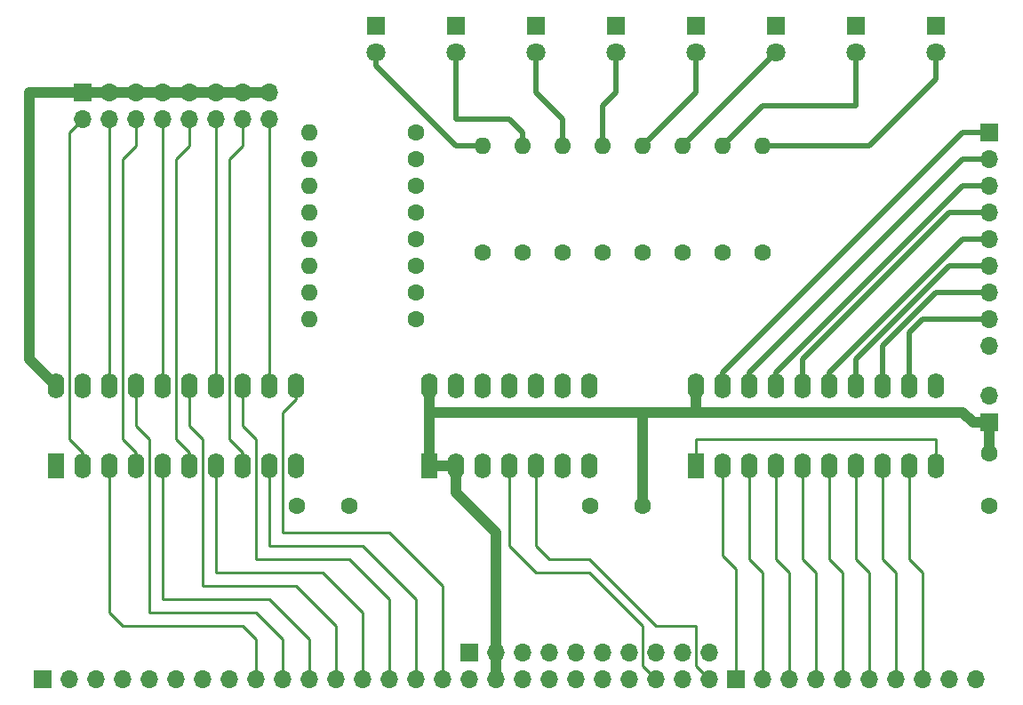
<source format=gbr>
%TF.GenerationSoftware,KiCad,Pcbnew,6.0.11+dfsg-1*%
%TF.CreationDate,2025-09-19T17:12:34+02:00*%
%TF.ProjectId,out,6f75742e-6b69-4636-9164-5f7063625858,rev?*%
%TF.SameCoordinates,Original*%
%TF.FileFunction,Copper,L2,Bot*%
%TF.FilePolarity,Positive*%
%FSLAX46Y46*%
G04 Gerber Fmt 4.6, Leading zero omitted, Abs format (unit mm)*
G04 Created by KiCad (PCBNEW 6.0.11+dfsg-1) date 2025-09-19 17:12:34*
%MOMM*%
%LPD*%
G01*
G04 APERTURE LIST*
%TA.AperFunction,ComponentPad*%
%ADD10R,1.700000X1.700000*%
%TD*%
%TA.AperFunction,ComponentPad*%
%ADD11O,1.700000X1.700000*%
%TD*%
%TA.AperFunction,ComponentPad*%
%ADD12C,1.600000*%
%TD*%
%TA.AperFunction,ComponentPad*%
%ADD13O,1.600000X1.600000*%
%TD*%
%TA.AperFunction,ComponentPad*%
%ADD14R,1.600000X2.400000*%
%TD*%
%TA.AperFunction,ComponentPad*%
%ADD15O,1.600000X2.400000*%
%TD*%
%TA.AperFunction,ComponentPad*%
%ADD16R,1.800000X1.800000*%
%TD*%
%TA.AperFunction,ComponentPad*%
%ADD17C,1.800000*%
%TD*%
%TA.AperFunction,Conductor*%
%ADD18C,0.500000*%
%TD*%
%TA.AperFunction,Conductor*%
%ADD19C,1.000000*%
%TD*%
%TA.AperFunction,Conductor*%
%ADD20C,0.250000*%
%TD*%
G04 APERTURE END LIST*
D10*
%TO.P,REF\u002A\u002A,1*%
%TO.N,N/C*%
X168910000Y-130810000D03*
D11*
%TO.P,REF\u002A\u002A,2*%
X171450000Y-130810000D03*
%TO.P,REF\u002A\u002A,3*%
X173990000Y-130810000D03*
%TO.P,REF\u002A\u002A,4*%
X176530000Y-130810000D03*
%TO.P,REF\u002A\u002A,5*%
X179070000Y-130810000D03*
%TO.P,REF\u002A\u002A,6*%
X181610000Y-130810000D03*
%TO.P,REF\u002A\u002A,7*%
X184150000Y-130810000D03*
%TO.P,REF\u002A\u002A,8*%
X186690000Y-130810000D03*
%TO.P,REF\u002A\u002A,9*%
X189230000Y-130810000D03*
%TO.P,REF\u002A\u002A,10*%
X191770000Y-130810000D03*
%TD*%
D10*
%TO.P,REF\u002A\u002A,1*%
%TO.N,N/C*%
X143510000Y-128270000D03*
D11*
%TO.P,REF\u002A\u002A,2*%
X143510000Y-130810000D03*
%TO.P,REF\u002A\u002A,3*%
X146050000Y-128270000D03*
%TO.P,REF\u002A\u002A,4*%
X146050000Y-130810000D03*
%TO.P,REF\u002A\u002A,5*%
X148590000Y-128270000D03*
%TO.P,REF\u002A\u002A,6*%
X148590000Y-130810000D03*
%TO.P,REF\u002A\u002A,7*%
X151130000Y-128270000D03*
%TO.P,REF\u002A\u002A,8*%
X151130000Y-130810000D03*
%TO.P,REF\u002A\u002A,9*%
X153670000Y-128270000D03*
%TO.P,REF\u002A\u002A,10*%
X153670000Y-130810000D03*
%TO.P,REF\u002A\u002A,11*%
X156210000Y-128270000D03*
%TO.P,REF\u002A\u002A,12*%
X156210000Y-130810000D03*
%TO.P,REF\u002A\u002A,13*%
X158750000Y-128270000D03*
%TO.P,REF\u002A\u002A,14*%
X158750000Y-130810000D03*
%TO.P,REF\u002A\u002A,15*%
X161290000Y-128270000D03*
%TO.P,REF\u002A\u002A,16*%
X161290000Y-130810000D03*
%TO.P,REF\u002A\u002A,17*%
X163830000Y-128270000D03*
%TO.P,REF\u002A\u002A,18*%
X163830000Y-130810000D03*
%TO.P,REF\u002A\u002A,19*%
X166370000Y-128270000D03*
%TO.P,REF\u002A\u002A,20*%
X166370000Y-130810000D03*
%TD*%
D12*
%TO.P,1k,1*%
%TO.N,N/C*%
X144780000Y-90170000D03*
D13*
%TO.P,1k,2*%
X144780000Y-80010000D03*
%TD*%
D12*
%TO.P,1k,1*%
%TO.N,N/C*%
X148590000Y-90170000D03*
D13*
%TO.P,1k,2*%
X148590000Y-80010000D03*
%TD*%
D14*
%TO.P,74hc32,1*%
%TO.N,N/C*%
X139700000Y-110490000D03*
D15*
%TO.P,74hc32,2*%
X142240000Y-110490000D03*
%TO.P,74hc32,3*%
X144780000Y-110490000D03*
%TO.P,74hc32,4*%
X147320000Y-110490000D03*
%TO.P,74hc32,5*%
X149860000Y-110490000D03*
%TO.P,74hc32,6*%
X152400000Y-110490000D03*
%TO.P,74hc32,7*%
X154940000Y-110490000D03*
%TO.P,74hc32,8*%
X154940000Y-102870000D03*
%TO.P,74hc32,9*%
X152400000Y-102870000D03*
%TO.P,74hc32,10*%
X149860000Y-102870000D03*
%TO.P,74hc32,11*%
X147320000Y-102870000D03*
%TO.P,74hc32,12*%
X144780000Y-102870000D03*
%TO.P,74hc32,13*%
X142240000Y-102870000D03*
%TO.P,74hc32,14*%
X139700000Y-102870000D03*
%TD*%
D16*
%TO.P,REF\u002A\u002A,1*%
%TO.N,N/C*%
X180340000Y-68580000D03*
D17*
%TO.P,REF\u002A\u002A,2*%
X180340000Y-71120000D03*
%TD*%
D10*
%TO.P,REF\u002A\u002A,1*%
%TO.N,N/C*%
X192990000Y-106362500D03*
D11*
%TO.P,REF\u002A\u002A,2*%
X192990000Y-103822500D03*
%TD*%
D16*
%TO.P,REF\u002A\u002A,1*%
%TO.N,N/C*%
X142240000Y-68580000D03*
D17*
%TO.P,REF\u002A\u002A,2*%
X142240000Y-71120000D03*
%TD*%
D10*
%TO.P,REF\u002A\u002A,1*%
%TO.N,N/C*%
X106680000Y-74930000D03*
D11*
%TO.P,REF\u002A\u002A,2*%
X106680000Y-77470000D03*
%TO.P,REF\u002A\u002A,3*%
X109220000Y-74930000D03*
%TO.P,REF\u002A\u002A,4*%
X109220000Y-77470000D03*
%TO.P,REF\u002A\u002A,5*%
X111760000Y-74930000D03*
%TO.P,REF\u002A\u002A,6*%
X111760000Y-77470000D03*
%TO.P,REF\u002A\u002A,7*%
X114300000Y-74930000D03*
%TO.P,REF\u002A\u002A,8*%
X114300000Y-77470000D03*
%TO.P,REF\u002A\u002A,9*%
X116840000Y-74930000D03*
%TO.P,REF\u002A\u002A,10*%
X116840000Y-77470000D03*
%TO.P,REF\u002A\u002A,11*%
X119380000Y-74930000D03*
%TO.P,REF\u002A\u002A,12*%
X119380000Y-77470000D03*
%TO.P,REF\u002A\u002A,13*%
X121920000Y-74930000D03*
%TO.P,REF\u002A\u002A,14*%
X121920000Y-77470000D03*
%TO.P,REF\u002A\u002A,15*%
X124460000Y-74930000D03*
%TO.P,REF\u002A\u002A,16*%
X124460000Y-77470000D03*
%TD*%
D12*
%TO.P,1k,1*%
%TO.N,N/C*%
X167640000Y-90170000D03*
D13*
%TO.P,1k,2*%
X167640000Y-80010000D03*
%TD*%
D12*
%TO.P,100nF,1*%
%TO.N,N/C*%
X132040000Y-114300000D03*
%TO.P,100nF,2*%
X127040000Y-114300000D03*
%TD*%
%TO.P,1k,1*%
%TO.N,N/C*%
X156210000Y-90170000D03*
D13*
%TO.P,1k,2*%
X156210000Y-80010000D03*
%TD*%
D12*
%TO.P,10k,1*%
%TO.N,N/C*%
X138430000Y-93980000D03*
D13*
%TO.P,10k,2*%
X128270000Y-93980000D03*
%TD*%
D12*
%TO.P,10k,1*%
%TO.N,N/C*%
X138430000Y-78740000D03*
D13*
%TO.P,10k,2*%
X128270000Y-78740000D03*
%TD*%
D12*
%TO.P,10k,1*%
%TO.N,N/C*%
X138430000Y-86360000D03*
D13*
%TO.P,10k,2*%
X128270000Y-86360000D03*
%TD*%
D16*
%TO.P,REF\u002A\u002A,1*%
%TO.N,N/C*%
X149860000Y-68580000D03*
D17*
%TO.P,REF\u002A\u002A,2*%
X149860000Y-71120000D03*
%TD*%
D14*
%TO.P,74hc574,1*%
%TO.N,N/C*%
X165100000Y-110490000D03*
D15*
%TO.P,74hc574,2*%
X167640000Y-110490000D03*
%TO.P,74hc574,3*%
X170180000Y-110490000D03*
%TO.P,74hc574,4*%
X172720000Y-110490000D03*
%TO.P,74hc574,5*%
X175260000Y-110490000D03*
%TO.P,74hc574,6*%
X177800000Y-110490000D03*
%TO.P,74hc574,7*%
X180340000Y-110490000D03*
%TO.P,74hc574,8*%
X182880000Y-110490000D03*
%TO.P,74hc574,9*%
X185420000Y-110490000D03*
%TO.P,74hc574,10*%
X187960000Y-110490000D03*
%TO.P,74hc574,11*%
X187960000Y-102870000D03*
%TO.P,74hc574,12*%
X185420000Y-102870000D03*
%TO.P,74hc574,13*%
X182880000Y-102870000D03*
%TO.P,74hc574,14*%
X180340000Y-102870000D03*
%TO.P,74hc574,15*%
X177800000Y-102870000D03*
%TO.P,74hc574,16*%
X175260000Y-102870000D03*
%TO.P,74hc574,17*%
X172720000Y-102870000D03*
%TO.P,74hc574,18*%
X170180000Y-102870000D03*
%TO.P,74hc574,19*%
X167640000Y-102870000D03*
%TO.P,74hc574,20*%
X165100000Y-102870000D03*
%TD*%
D12*
%TO.P,10k,1*%
%TO.N,N/C*%
X138430000Y-91440000D03*
D13*
%TO.P,10k,2*%
X128270000Y-91440000D03*
%TD*%
D12*
%TO.P,1k,1*%
%TO.N,N/C*%
X152400000Y-90170000D03*
D13*
%TO.P,1k,2*%
X152400000Y-80010000D03*
%TD*%
D12*
%TO.P,1k,1*%
%TO.N,N/C*%
X163830000Y-90170000D03*
D13*
%TO.P,1k,2*%
X163830000Y-80010000D03*
%TD*%
D12*
%TO.P,10k,1*%
%TO.N,N/C*%
X138430000Y-83820000D03*
D13*
%TO.P,10k,2*%
X128270000Y-83820000D03*
%TD*%
D16*
%TO.P,REF\u002A\u002A,1*%
%TO.N,N/C*%
X157480000Y-68580000D03*
D17*
%TO.P,REF\u002A\u002A,2*%
X157480000Y-71120000D03*
%TD*%
D16*
%TO.P,REF\u002A\u002A,1*%
%TO.N,N/C*%
X165100000Y-68580000D03*
D17*
%TO.P,REF\u002A\u002A,2*%
X165100000Y-71120000D03*
%TD*%
D10*
%TO.P,REF\u002A\u002A,1*%
%TO.N,N/C*%
X193040000Y-78740000D03*
D11*
%TO.P,REF\u002A\u002A,2*%
X193040000Y-81280000D03*
%TO.P,REF\u002A\u002A,3*%
X193040000Y-83820000D03*
%TO.P,REF\u002A\u002A,4*%
X193040000Y-86360000D03*
%TO.P,REF\u002A\u002A,5*%
X193040000Y-88900000D03*
%TO.P,REF\u002A\u002A,6*%
X193040000Y-91440000D03*
%TO.P,REF\u002A\u002A,7*%
X193040000Y-93980000D03*
%TO.P,REF\u002A\u002A,8*%
X193040000Y-96520000D03*
%TO.P,REF\u002A\u002A,9*%
X193040000Y-99060000D03*
%TD*%
D12*
%TO.P,10k,1*%
%TO.N,N/C*%
X138430000Y-88900000D03*
D13*
%TO.P,10k,2*%
X128270000Y-88900000D03*
%TD*%
D16*
%TO.P,REF\u002A\u002A,1*%
%TO.N,N/C*%
X187960000Y-68580000D03*
D17*
%TO.P,REF\u002A\u002A,2*%
X187960000Y-71120000D03*
%TD*%
D16*
%TO.P,REF\u002A\u002A,1*%
%TO.N,N/C*%
X134620000Y-68580000D03*
D17*
%TO.P,REF\u002A\u002A,2*%
X134620000Y-71120000D03*
%TD*%
D12*
%TO.P,1k,1*%
%TO.N,N/C*%
X160020000Y-90170000D03*
D13*
%TO.P,1k,2*%
X160020000Y-80010000D03*
%TD*%
D12*
%TO.P,10k,1*%
%TO.N,N/C*%
X138430000Y-96520000D03*
D13*
%TO.P,10k,2*%
X128270000Y-96520000D03*
%TD*%
D16*
%TO.P,REF\u002A\u002A,1*%
%TO.N,N/C*%
X172720000Y-68580000D03*
D17*
%TO.P,REF\u002A\u002A,2*%
X172720000Y-71120000D03*
%TD*%
D12*
%TO.P,100nF,1*%
%TO.N,N/C*%
X193040000Y-114260000D03*
%TO.P,100nF,2*%
X193040000Y-109260000D03*
%TD*%
%TO.P,100nF,1*%
%TO.N,N/C*%
X159980000Y-114300000D03*
%TO.P,100nF,2*%
X154980000Y-114300000D03*
%TD*%
%TO.P,1k,1*%
%TO.N,N/C*%
X171450000Y-90170000D03*
D13*
%TO.P,1k,2*%
X171450000Y-80010000D03*
%TD*%
D14*
%TO.P,74hc688,1*%
%TO.N,N/C*%
X104140000Y-110490000D03*
D15*
%TO.P,74hc688,2*%
X106680000Y-110490000D03*
%TO.P,74hc688,3*%
X109220000Y-110490000D03*
%TO.P,74hc688,4*%
X111760000Y-110490000D03*
%TO.P,74hc688,5*%
X114300000Y-110490000D03*
%TO.P,74hc688,6*%
X116840000Y-110490000D03*
%TO.P,74hc688,7*%
X119380000Y-110490000D03*
%TO.P,74hc688,8*%
X121920000Y-110490000D03*
%TO.P,74hc688,9*%
X124460000Y-110490000D03*
%TO.P,74hc688,10*%
X127000000Y-110490000D03*
%TO.P,74hc688,11*%
X127000000Y-102870000D03*
%TO.P,74hc688,12*%
X124460000Y-102870000D03*
%TO.P,74hc688,13*%
X121920000Y-102870000D03*
%TO.P,74hc688,14*%
X119380000Y-102870000D03*
%TO.P,74hc688,15*%
X116840000Y-102870000D03*
%TO.P,74hc688,16*%
X114300000Y-102870000D03*
%TO.P,74hc688,17*%
X111760000Y-102870000D03*
%TO.P,74hc688,18*%
X109220000Y-102870000D03*
%TO.P,74hc688,19*%
X106680000Y-102870000D03*
%TO.P,74hc688,20*%
X104140000Y-102870000D03*
%TD*%
D10*
%TO.P,REF\u002A\u002A,1*%
%TO.N,N/C*%
X102870000Y-130810000D03*
D11*
%TO.P,REF\u002A\u002A,2*%
X105410000Y-130810000D03*
%TO.P,REF\u002A\u002A,3*%
X107950000Y-130810000D03*
%TO.P,REF\u002A\u002A,4*%
X110490000Y-130810000D03*
%TO.P,REF\u002A\u002A,5*%
X113030000Y-130810000D03*
%TO.P,REF\u002A\u002A,6*%
X115570000Y-130810000D03*
%TO.P,REF\u002A\u002A,7*%
X118110000Y-130810000D03*
%TO.P,REF\u002A\u002A,8*%
X120650000Y-130810000D03*
%TO.P,REF\u002A\u002A,9*%
X123190000Y-130810000D03*
%TO.P,REF\u002A\u002A,10*%
X125730000Y-130810000D03*
%TO.P,REF\u002A\u002A,11*%
X128270000Y-130810000D03*
%TO.P,REF\u002A\u002A,12*%
X130810000Y-130810000D03*
%TO.P,REF\u002A\u002A,13*%
X133350000Y-130810000D03*
%TO.P,REF\u002A\u002A,14*%
X135890000Y-130810000D03*
%TO.P,REF\u002A\u002A,15*%
X138430000Y-130810000D03*
%TO.P,REF\u002A\u002A,16*%
X140970000Y-130810000D03*
%TD*%
D12*
%TO.P,10k,1*%
%TO.N,N/C*%
X138430000Y-81280000D03*
D13*
%TO.P,10k,2*%
X128270000Y-81280000D03*
%TD*%
D18*
%TO.N,*%
X175260000Y-102870000D02*
X175260000Y-100330000D01*
D19*
X192990000Y-106730000D02*
X193357500Y-106362500D01*
D20*
X181610000Y-130810000D02*
X181610000Y-120650000D01*
X177800000Y-110490000D02*
X177800000Y-119380000D01*
D18*
X148590000Y-80010000D02*
X148590000Y-78740000D01*
D20*
X121920000Y-110490000D02*
X121920000Y-109220000D01*
D18*
X167640000Y-80010000D02*
X171450000Y-76200000D01*
D19*
X114300000Y-74930000D02*
X111760000Y-74930000D01*
D20*
X121920000Y-109220000D02*
X120650000Y-107950000D01*
D18*
X171450000Y-80010000D02*
X181610000Y-80010000D01*
X147320000Y-77470000D02*
X142240000Y-77470000D01*
X185420000Y-102870000D02*
X185420000Y-97790000D01*
D20*
X116840000Y-106680000D02*
X118110000Y-107950000D01*
X115570000Y-107950000D02*
X115570000Y-81280000D01*
X172720000Y-110490000D02*
X172720000Y-119380000D01*
D18*
X177800000Y-101600000D02*
X177800000Y-102870000D01*
D19*
X101600000Y-100330000D02*
X101600000Y-74930000D01*
D20*
X151130000Y-119380000D02*
X149860000Y-118110000D01*
X116840000Y-109220000D02*
X115570000Y-107950000D01*
D18*
X171450000Y-76200000D02*
X180340000Y-76200000D01*
D20*
X118110000Y-107950000D02*
X118110000Y-121920000D01*
X187960000Y-107950000D02*
X187960000Y-110490000D01*
X121920000Y-106680000D02*
X123190000Y-107950000D01*
X121920000Y-125730000D02*
X110490000Y-125730000D01*
X116840000Y-102870000D02*
X116840000Y-106680000D01*
X128270000Y-127000000D02*
X128270000Y-130810000D01*
D19*
X139700000Y-110490000D02*
X139700000Y-106680000D01*
D18*
X190500000Y-78740000D02*
X167640000Y-101600000D01*
X182880000Y-99060000D02*
X182880000Y-102870000D01*
D20*
X177800000Y-119380000D02*
X179070000Y-120650000D01*
X125730000Y-105410000D02*
X125730000Y-116840000D01*
D19*
X139700000Y-110490000D02*
X142240000Y-110490000D01*
D20*
X176530000Y-130810000D02*
X176530000Y-120650000D01*
X154940000Y-119380000D02*
X151130000Y-119380000D01*
X135890000Y-123190000D02*
X135890000Y-130810000D01*
X111760000Y-106680000D02*
X113030000Y-107950000D01*
D18*
X175260000Y-100330000D02*
X189230000Y-86360000D01*
D20*
X161290000Y-125730000D02*
X154940000Y-119380000D01*
X186690000Y-130810000D02*
X186690000Y-120650000D01*
D18*
X156210000Y-76200000D02*
X156210000Y-80010000D01*
D20*
X113030000Y-124460000D02*
X123190000Y-124460000D01*
X176530000Y-120650000D02*
X175260000Y-119380000D01*
X149860000Y-120650000D02*
X147320000Y-118110000D01*
X105410000Y-78740000D02*
X106680000Y-77470000D01*
X125730000Y-127000000D02*
X125730000Y-130810000D01*
D18*
X165100000Y-74930000D02*
X160020000Y-80010000D01*
D19*
X119380000Y-74930000D02*
X116840000Y-74930000D01*
X161290000Y-105410000D02*
X165100000Y-105410000D01*
D20*
X127000000Y-102870000D02*
X127000000Y-104140000D01*
X175260000Y-119380000D02*
X175260000Y-110490000D01*
X114300000Y-110490000D02*
X114300000Y-123190000D01*
X116840000Y-110490000D02*
X116840000Y-109220000D01*
X154940000Y-120650000D02*
X149860000Y-120650000D01*
X115570000Y-81280000D02*
X116840000Y-80010000D01*
X105410000Y-107950000D02*
X105410000Y-78740000D01*
X156210000Y-121920000D02*
X154940000Y-120650000D01*
X109220000Y-124460000D02*
X109220000Y-110490000D01*
D19*
X116840000Y-74930000D02*
X114300000Y-74930000D01*
D20*
X182880000Y-110490000D02*
X182880000Y-119380000D01*
X113030000Y-107950000D02*
X113030000Y-124460000D01*
X111760000Y-109220000D02*
X110490000Y-107950000D01*
D18*
X157480000Y-71120000D02*
X157480000Y-74930000D01*
D20*
X130810000Y-125730000D02*
X130810000Y-130810000D01*
X110490000Y-125730000D02*
X109220000Y-124460000D01*
D18*
X148590000Y-78740000D02*
X147320000Y-77470000D01*
D19*
X159980000Y-105450000D02*
X160020000Y-105410000D01*
D20*
X168910000Y-120332500D02*
X167640000Y-119062500D01*
X179070000Y-120650000D02*
X179070000Y-130810000D01*
X161290000Y-130810000D02*
X160020000Y-129540000D01*
X171450000Y-130810000D02*
X171450000Y-120650000D01*
D18*
X134620000Y-71120000D02*
X134620000Y-72390000D01*
D20*
X119380000Y-110490000D02*
X119380000Y-120650000D01*
X120650000Y-81280000D02*
X121920000Y-80010000D01*
D19*
X190500000Y-105410000D02*
X191452500Y-106362500D01*
D20*
X110490000Y-107950000D02*
X110490000Y-81280000D01*
D18*
X172720000Y-71120000D02*
X163830000Y-80010000D01*
D20*
X135890000Y-116840000D02*
X140970000Y-121920000D01*
D19*
X111760000Y-74930000D02*
X109220000Y-74930000D01*
D20*
X121920000Y-102870000D02*
X121920000Y-106680000D01*
X106680000Y-110490000D02*
X106680000Y-109220000D01*
X124460000Y-123190000D02*
X128270000Y-127000000D01*
X166370000Y-130810000D02*
X165100000Y-129540000D01*
X127000000Y-121920000D02*
X130810000Y-125730000D01*
D18*
X190500000Y-88900000D02*
X177800000Y-101600000D01*
D20*
X123190000Y-130810000D02*
X123190000Y-127000000D01*
X118110000Y-121920000D02*
X127000000Y-121920000D01*
X106680000Y-109220000D02*
X105410000Y-107950000D01*
D18*
X149860000Y-71120000D02*
X149860000Y-74930000D01*
D20*
X120650000Y-107950000D02*
X120650000Y-81280000D01*
X165100000Y-110490000D02*
X165100000Y-107950000D01*
X123190000Y-127000000D02*
X121920000Y-125730000D01*
D19*
X139700000Y-105410000D02*
X161290000Y-105410000D01*
X165100000Y-102870000D02*
X165100000Y-105410000D01*
D20*
X132080000Y-119380000D02*
X135890000Y-123190000D01*
X184150000Y-120650000D02*
X184150000Y-130810000D01*
X167640000Y-119062500D02*
X167640000Y-110490000D01*
D19*
X193040000Y-106412500D02*
X192990000Y-106362500D01*
D18*
X170180000Y-102870000D02*
X170180000Y-101600000D01*
D20*
X123190000Y-119380000D02*
X132080000Y-119380000D01*
X111760000Y-102870000D02*
X111760000Y-106680000D01*
D18*
X167640000Y-101600000D02*
X167640000Y-102870000D01*
X193040000Y-83820000D02*
X190500000Y-83820000D01*
X187960000Y-93980000D02*
X182880000Y-99060000D01*
X142240000Y-80010000D02*
X144780000Y-80010000D01*
D20*
X121920000Y-80010000D02*
X121920000Y-77470000D01*
D18*
X189230000Y-91440000D02*
X193040000Y-91440000D01*
X193040000Y-93980000D02*
X187960000Y-93980000D01*
D20*
X165100000Y-129540000D02*
X165100000Y-125730000D01*
X124460000Y-118110000D02*
X133350000Y-118110000D01*
X182880000Y-119380000D02*
X184150000Y-120650000D01*
X114300000Y-123190000D02*
X124460000Y-123190000D01*
D18*
X187960000Y-73660000D02*
X187960000Y-71120000D01*
D20*
X133350000Y-118110000D02*
X138430000Y-123190000D01*
D19*
X193040000Y-109220000D02*
X193040000Y-109300000D01*
D18*
X134620000Y-72390000D02*
X142240000Y-80010000D01*
D20*
X129540000Y-120650000D02*
X133350000Y-124460000D01*
D18*
X193040000Y-78740000D02*
X190500000Y-78740000D01*
D20*
X114300000Y-102870000D02*
X114300000Y-77470000D01*
D19*
X124460000Y-74930000D02*
X121920000Y-74930000D01*
D18*
X180340000Y-100330000D02*
X189230000Y-91440000D01*
D20*
X172720000Y-119380000D02*
X173990000Y-120650000D01*
D18*
X180340000Y-76200000D02*
X180340000Y-71120000D01*
D20*
X160020000Y-129540000D02*
X160020000Y-125730000D01*
X119380000Y-120650000D02*
X129540000Y-120650000D01*
X123190000Y-124460000D02*
X125730000Y-127000000D01*
X181610000Y-120650000D02*
X180340000Y-119380000D01*
X168910000Y-130810000D02*
X168910000Y-120332500D01*
X186690000Y-120650000D02*
X185420000Y-119380000D01*
X116840000Y-80010000D02*
X116840000Y-77470000D01*
X133350000Y-124460000D02*
X133350000Y-130810000D01*
D19*
X104140000Y-102870000D02*
X101600000Y-100330000D01*
X142240000Y-110490000D02*
X142240000Y-113030000D01*
D18*
X190500000Y-83820000D02*
X172720000Y-101600000D01*
X180340000Y-102870000D02*
X180340000Y-100330000D01*
D19*
X142240000Y-113030000D02*
X146050000Y-116840000D01*
D20*
X138430000Y-123190000D02*
X138430000Y-130810000D01*
D18*
X189230000Y-86360000D02*
X193040000Y-86360000D01*
D20*
X170180000Y-119380000D02*
X170180000Y-110490000D01*
X124460000Y-110490000D02*
X124460000Y-118110000D01*
X109220000Y-102870000D02*
X109220000Y-77470000D01*
X180340000Y-119380000D02*
X180340000Y-110490000D01*
X140970000Y-121920000D02*
X140970000Y-130810000D01*
D19*
X146050000Y-128270000D02*
X146050000Y-130810000D01*
X121920000Y-74930000D02*
X119380000Y-74930000D01*
X101600000Y-74930000D02*
X106680000Y-74930000D01*
X165100000Y-105410000D02*
X190500000Y-105410000D01*
X139700000Y-106680000D02*
X139700000Y-102870000D01*
D20*
X127000000Y-104140000D02*
X125730000Y-105410000D01*
X165100000Y-107950000D02*
X187960000Y-107950000D01*
X149860000Y-118110000D02*
X149860000Y-110490000D01*
D19*
X192990000Y-106362500D02*
X192990000Y-109210000D01*
D20*
X124460000Y-102870000D02*
X124460000Y-77470000D01*
D18*
X149860000Y-74930000D02*
X152400000Y-77470000D01*
D19*
X192990000Y-109210000D02*
X193040000Y-109260000D01*
D18*
X142240000Y-77470000D02*
X142240000Y-71120000D01*
D19*
X146050000Y-116840000D02*
X146050000Y-128270000D01*
D20*
X173990000Y-120650000D02*
X173990000Y-130810000D01*
X171450000Y-120650000D02*
X170180000Y-119380000D01*
D19*
X191452500Y-106362500D02*
X192990000Y-106362500D01*
D18*
X170180000Y-101600000D02*
X190500000Y-81280000D01*
D20*
X125730000Y-116840000D02*
X135890000Y-116840000D01*
X165100000Y-125730000D02*
X161290000Y-125730000D01*
D18*
X181610000Y-80010000D02*
X187960000Y-73660000D01*
X190500000Y-81280000D02*
X193040000Y-81280000D01*
D19*
X139700000Y-106680000D02*
X139700000Y-105410000D01*
D18*
X185420000Y-97790000D02*
X186690000Y-96520000D01*
D19*
X159980000Y-114300000D02*
X159980000Y-105450000D01*
D18*
X193040000Y-88900000D02*
X190500000Y-88900000D01*
D20*
X111760000Y-110490000D02*
X111760000Y-109220000D01*
X147320000Y-118110000D02*
X147320000Y-110490000D01*
X111760000Y-80010000D02*
X111760000Y-77470000D01*
X160020000Y-125730000D02*
X156210000Y-121920000D01*
D19*
X109220000Y-74930000D02*
X106680000Y-74930000D01*
D18*
X152400000Y-77470000D02*
X152400000Y-80010000D01*
X172720000Y-101600000D02*
X172720000Y-102870000D01*
X186690000Y-96520000D02*
X193040000Y-96520000D01*
D20*
X119380000Y-102870000D02*
X119380000Y-77470000D01*
D18*
X157480000Y-74930000D02*
X156210000Y-76200000D01*
X165100000Y-71120000D02*
X165100000Y-74930000D01*
D20*
X123190000Y-107950000D02*
X123190000Y-119380000D01*
X110490000Y-81280000D02*
X111760000Y-80010000D01*
X185420000Y-119380000D02*
X185420000Y-110490000D01*
%TD*%
M02*

</source>
